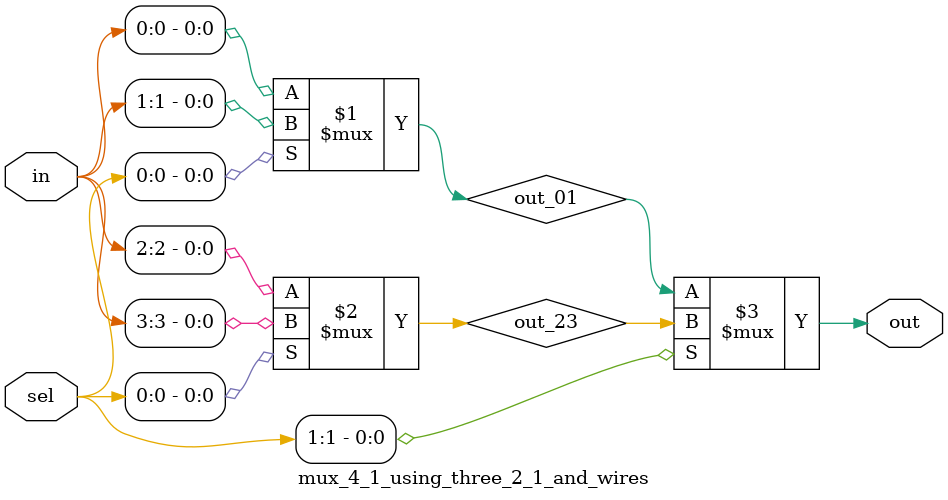
<source format=sv>
module mux_4_1_using_three_2_1_and_wires
(
    input  [3:0] in,
    input  [1:0] sel,
    output       out
);

    wire   out_01 = sel [0] ? in [1] : in [0];
    wire   out_23 = sel [0] ? in [3] : in [2];
    assign out    = sel [1] ? out_23 : out_01;

endmodule

</source>
